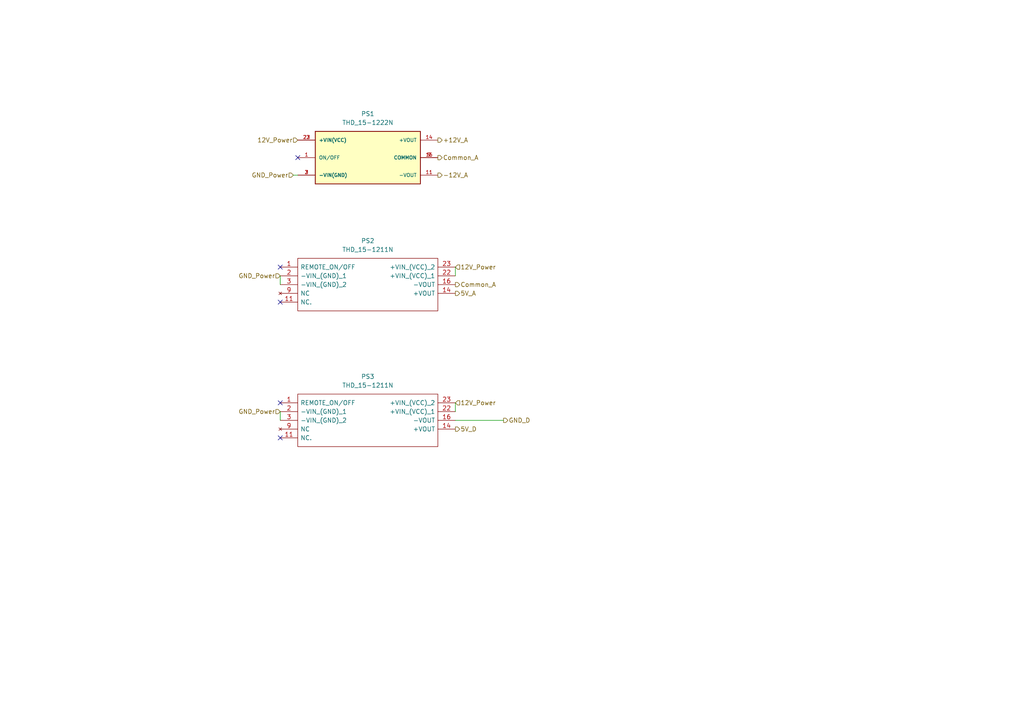
<source format=kicad_sch>
(kicad_sch (version 20230121) (generator eeschema)
  (paper "A4")
  (title_block (title "Alimentations "))
  (lib_symbols
    (symbol "THD_15-1211N:THD_15-1211N" (pin_names (offset 0.762))
      (property "Reference" "PS" (at 46.99 7.62 0))
      (property "Value" "THD_15-1211N" (at 46.99 5.08 0))
      (symbol "THD_15-1211N_0_0"
        (pin passive line (at 0 0 0) (length 5.08) (name "REMOTE_ON/OFF") (number "1"))
        (pin passive line (at 0 -10.16 0) (length 5.08) (name "NC.") (number "11"))
        (pin passive line (at 50.8 -7.62 180) (length 5.08) (name "+VOUT") (number "14"))
        (pin passive line (at 50.8 -5.08 180) (length 5.08) (name "-VOUT") (number "16"))
        (pin passive line (at 0 -2.54 0) (length 5.08) (name "-VIN_(GND)_1") (number "2"))
        (pin passive line (at 50.8 -2.54 180) (length 5.08) (name "+VIN_(VCC)_1") (number "22"))
        (pin passive line (at 50.8 0 180) (length 5.08) (name "+VIN_(VCC)_2") (number "23"))
        (pin passive line (at 0 -5.08 0) (length 5.08) (name "-VIN_(GND)_2") (number "3"))
        (pin no_connect line (at 0 -7.62 0) (length 5.08) (name "NC") (number "9"))
      )
      (symbol "THD_15-1211N_0_1"
        (polyline (pts (xy 5.08 2.54) (xy 45.72 2.54) (xy 45.72 -12.7) (xy 5.08 -12.7) (xy 5.08 2.54)) (stroke (width 0.1524)))
      )
    )
    (symbol "THD_15-1222N:THD_15-1222N" (pin_names (offset 1.016))
      (property "Reference" "PS" (at -15.24 10.16 0))
      (property "Value" "THD_15-1222N" (at -15.24 -10.16 0))
      (symbol "THD_15-1222N_0_0"
        (rectangle (start -15.24 -7.62) (end 15.24 7.62) (stroke (width 0.254)) (fill (type background)))
        (pin input line (at -20.32 0 0) (length 5.08) (name "ON/OFF") (number "1"))
        (pin output line (at 20.32 -5.08 180) (length 5.08) (name "-VOUT") (number "11"))
        (pin output line (at 20.32 5.08 180) (length 5.08) (name "+VOUT") (number "14"))
        (pin passive line (at 20.32 0 180) (length 5.08) (name "COMMON") (number "16"))
        (pin input line (at -20.32 -5.08 0) (length 5.08) (name "-VIN(GND)") (number "2"))
        (pin input line (at -20.32 5.08 0) (length 5.08) (name "+VIN(VCC)") (number "22"))
        (pin input line (at -20.32 5.08 0) (length 5.08) (name "+VIN(VCC)") (number "23"))
        (pin input line (at -20.32 -5.08 0) (length 5.08) (name "-VIN(GND)") (number "3"))
        (pin passive line (at 20.32 0 180) (length 5.08) (name "COMMON") (number "9"))
      )
    )
  )
  (no_connect (at 81.28 87.63))
  (no_connect (at 81.28 77.47))
  (no_connect (at 81.28 116.84))
  (no_connect (at 86.36 45.72))
  (no_connect (at 81.28 127))
  (wire (pts (xy 132.08 121.92) (xy 146.05 121.92)))
  (wire (pts (xy 81.28 80.01) (xy 81.28 82.55)))
  (wire (pts (xy 81.28 119.38) (xy 81.28 121.92)))
  (wire (pts (xy 132.08 116.84) (xy 132.08 119.38)))
  (wire (pts (xy 132.08 77.47) (xy 132.08 80.01)))
  (wire (pts (xy 85.09 50.8) (xy 86.36 50.8)))
  (hierarchical_label "GND_Power" (shape input) (at 85.09 50.8 180))
  (hierarchical_label "GND_Power" (shape input) (at 81.28 80.01 180))
  (hierarchical_label "5V_D" (shape output) (at 132.08 124.46 0))
  (hierarchical_label "12V_Power" (shape input) (at 86.36 40.64 180))
  (hierarchical_label "GND_D" (shape output) (at 146.05 121.92 0))
  (hierarchical_label "-12V_A" (shape output) (at 127 50.8 0))
  (hierarchical_label "5V_A" (shape output) (at 132.08 85.09 0))
  (hierarchical_label "+12V_A" (shape output) (at 127 40.64 0))
  (hierarchical_label "Common_A" (shape output) (at 132.08 82.55 0))
  (hierarchical_label "12V_Power" (shape input) (at 132.08 116.84 0))
  (hierarchical_label "GND_Power" (shape input) (at 81.28 119.38 180))
  (hierarchical_label "12V_Power" (shape input) (at 132.08 77.47 0))
  (hierarchical_label "Common_A" (shape output) (at 127 45.72 0))
  (symbol (lib_id "THD_15-1211N:THD_15-1211N") (at 81.28 77.47 0) (unit 1)
    (property "Reference" "PS2" (at 106.68 69.85 0))
    (property "Value" "THD_15-1211N" (at 106.68 72.39 0))
    (property "Footprint" "THD151211N" (effects hide))
    (property "Datasheet" "https://tracopower.com/thd15n-datasheet/" (effects hide))
    (property "Description" "Alimentation +/-12V to 5V (THD15 1211N - isolated)" (effects hide))
    (property "Height" "10.7" (effects hide))
    (property "Manufacturer_Name" "Traco Power" (effects hide))
    (property "Manufacturer_Part_Number" "THD 15-1211N" (effects hide))
    (property "Mouser Part Number" "495-THD15-1211N" (effects hide))
    (property "Mouser Price/Stock" "https://www.mouser.co.uk/ProductDetail/TRACO-Power/THD-15-1211N?qs=ckJk83FOD0X2IyoEoPcnmg%3D%3D" (effects hide))
  )
  (symbol (lib_id "THD_15-1222N:THD_15-1222N") (at 106.68 45.72 0) (unit 1)
    (property "Reference" "PS1" (at 106.68 33.02 0))
    (property "Value" "THD_15-1222N" (at 106.68 35.56 0))
    (property "Footprint" "CONV_THD_15-1222N" (effects hide))
    (property "Description" "Alimentation 12V to -/+12V (THD15 1222N - isolated) " (effects hide))
    (property "MANUFACTURER" "Traco Power" (effects hide))
    (property "MAXIMUM_PACKAGE_HEIGHT" "10.7mm" (effects hide))
    (property "PARTREV" "July 27, 2020" (effects hide))
    (property "STANDARD" "IPC 7351B" (effects hide))
  )
  (symbol (lib_id "THD_15-1211N:THD_15-1211N") (at 81.28 116.84 0) (unit 1)
    (property "Reference" "PS3" (at 106.68 109.22 0))
    (property "Value" "THD_15-1211N" (at 106.68 111.76 0))
    (property "Footprint" "THD151211N" (effects hide))
    (property "Datasheet" "https://tracopower.com/thd15n-datasheet/" (effects hide))
    (property "Description" "Alimentation +/-12V to 5V (THD15 1211N - isolated)" (effects hide))
    (property "Height" "10.7" (effects hide))
    (property "Manufacturer_Name" "Traco Power" (effects hide))
    (property "Manufacturer_Part_Number" "THD 15-1211N" (effects hide))
    (property "Mouser Part Number" "495-THD15-1211N" (effects hide))
    (property "Mouser Price/Stock" "https://www.mouser.co.uk/ProductDetail/TRACO-Power/THD-15-1211N?qs=ckJk83FOD0X2IyoEoPcnmg%3D%3D" (effects hide))
  )
)
</source>
